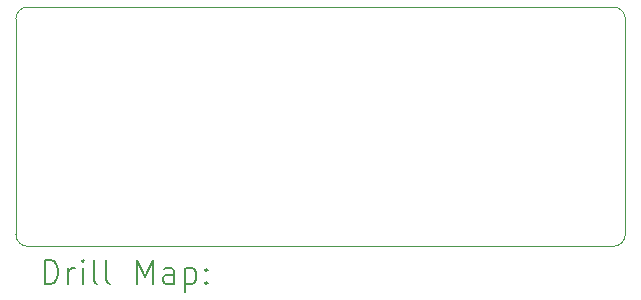
<source format=gbr>
%TF.GenerationSoftware,KiCad,Pcbnew,7.0.2*%
%TF.CreationDate,2023-06-20T04:45:02+07:00*%
%TF.ProjectId,STM32L431RCT6_prototype_board,53544d33-324c-4343-9331-524354365f70,rev?*%
%TF.SameCoordinates,Original*%
%TF.FileFunction,Drillmap*%
%TF.FilePolarity,Positive*%
%FSLAX45Y45*%
G04 Gerber Fmt 4.5, Leading zero omitted, Abs format (unit mm)*
G04 Created by KiCad (PCBNEW 7.0.2) date 2023-06-20 04:45:02*
%MOMM*%
%LPD*%
G01*
G04 APERTURE LIST*
%ADD10C,0.100000*%
%ADD11C,0.200000*%
G04 APERTURE END LIST*
D10*
X15730000Y-7150000D02*
G75*
G03*
X15830000Y-7250000I100000J0D01*
G01*
X15830000Y-5225000D02*
X20790000Y-5225000D01*
X20890000Y-5325000D02*
X20890000Y-7150000D01*
X20790000Y-7250000D02*
G75*
G03*
X20890000Y-7150000I0J100000D01*
G01*
X20890000Y-5325000D02*
G75*
G03*
X20790000Y-5225000I-100000J0D01*
G01*
X15730000Y-7150000D02*
X15730000Y-5325000D01*
X20790000Y-7250000D02*
X15830000Y-7250000D01*
X15830000Y-5225000D02*
G75*
G03*
X15730000Y-5325000I0J-100000D01*
G01*
D11*
X15972619Y-7567524D02*
X15972619Y-7367524D01*
X15972619Y-7367524D02*
X16020238Y-7367524D01*
X16020238Y-7367524D02*
X16048809Y-7377048D01*
X16048809Y-7377048D02*
X16067857Y-7396095D01*
X16067857Y-7396095D02*
X16077381Y-7415143D01*
X16077381Y-7415143D02*
X16086905Y-7453238D01*
X16086905Y-7453238D02*
X16086905Y-7481809D01*
X16086905Y-7481809D02*
X16077381Y-7519905D01*
X16077381Y-7519905D02*
X16067857Y-7538952D01*
X16067857Y-7538952D02*
X16048809Y-7558000D01*
X16048809Y-7558000D02*
X16020238Y-7567524D01*
X16020238Y-7567524D02*
X15972619Y-7567524D01*
X16172619Y-7567524D02*
X16172619Y-7434190D01*
X16172619Y-7472286D02*
X16182143Y-7453238D01*
X16182143Y-7453238D02*
X16191667Y-7443714D01*
X16191667Y-7443714D02*
X16210714Y-7434190D01*
X16210714Y-7434190D02*
X16229762Y-7434190D01*
X16296428Y-7567524D02*
X16296428Y-7434190D01*
X16296428Y-7367524D02*
X16286905Y-7377048D01*
X16286905Y-7377048D02*
X16296428Y-7386571D01*
X16296428Y-7386571D02*
X16305952Y-7377048D01*
X16305952Y-7377048D02*
X16296428Y-7367524D01*
X16296428Y-7367524D02*
X16296428Y-7386571D01*
X16420238Y-7567524D02*
X16401190Y-7558000D01*
X16401190Y-7558000D02*
X16391667Y-7538952D01*
X16391667Y-7538952D02*
X16391667Y-7367524D01*
X16525000Y-7567524D02*
X16505952Y-7558000D01*
X16505952Y-7558000D02*
X16496428Y-7538952D01*
X16496428Y-7538952D02*
X16496428Y-7367524D01*
X16753571Y-7567524D02*
X16753571Y-7367524D01*
X16753571Y-7367524D02*
X16820238Y-7510381D01*
X16820238Y-7510381D02*
X16886905Y-7367524D01*
X16886905Y-7367524D02*
X16886905Y-7567524D01*
X17067857Y-7567524D02*
X17067857Y-7462762D01*
X17067857Y-7462762D02*
X17058333Y-7443714D01*
X17058333Y-7443714D02*
X17039286Y-7434190D01*
X17039286Y-7434190D02*
X17001190Y-7434190D01*
X17001190Y-7434190D02*
X16982143Y-7443714D01*
X17067857Y-7558000D02*
X17048810Y-7567524D01*
X17048810Y-7567524D02*
X17001190Y-7567524D01*
X17001190Y-7567524D02*
X16982143Y-7558000D01*
X16982143Y-7558000D02*
X16972619Y-7538952D01*
X16972619Y-7538952D02*
X16972619Y-7519905D01*
X16972619Y-7519905D02*
X16982143Y-7500857D01*
X16982143Y-7500857D02*
X17001190Y-7491333D01*
X17001190Y-7491333D02*
X17048810Y-7491333D01*
X17048810Y-7491333D02*
X17067857Y-7481809D01*
X17163095Y-7434190D02*
X17163095Y-7634190D01*
X17163095Y-7443714D02*
X17182143Y-7434190D01*
X17182143Y-7434190D02*
X17220238Y-7434190D01*
X17220238Y-7434190D02*
X17239286Y-7443714D01*
X17239286Y-7443714D02*
X17248810Y-7453238D01*
X17248810Y-7453238D02*
X17258333Y-7472286D01*
X17258333Y-7472286D02*
X17258333Y-7529428D01*
X17258333Y-7529428D02*
X17248810Y-7548476D01*
X17248810Y-7548476D02*
X17239286Y-7558000D01*
X17239286Y-7558000D02*
X17220238Y-7567524D01*
X17220238Y-7567524D02*
X17182143Y-7567524D01*
X17182143Y-7567524D02*
X17163095Y-7558000D01*
X17344048Y-7548476D02*
X17353571Y-7558000D01*
X17353571Y-7558000D02*
X17344048Y-7567524D01*
X17344048Y-7567524D02*
X17334524Y-7558000D01*
X17334524Y-7558000D02*
X17344048Y-7548476D01*
X17344048Y-7548476D02*
X17344048Y-7567524D01*
X17344048Y-7443714D02*
X17353571Y-7453238D01*
X17353571Y-7453238D02*
X17344048Y-7462762D01*
X17344048Y-7462762D02*
X17334524Y-7453238D01*
X17334524Y-7453238D02*
X17344048Y-7443714D01*
X17344048Y-7443714D02*
X17344048Y-7462762D01*
M02*

</source>
